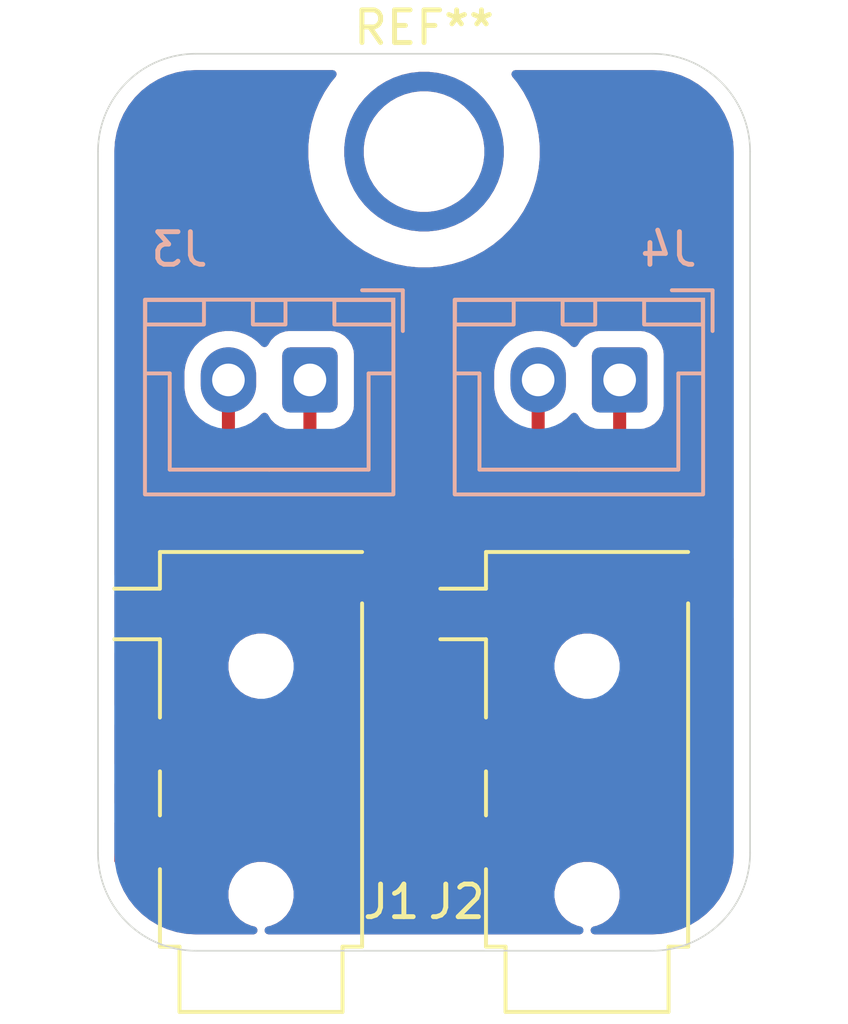
<source format=kicad_pcb>
(kicad_pcb (version 20241229) (generator "pcbnew") (generator_version "9.0")
  (layers (0 "F.Cu" signal) (2 "B.Cu" signal) (13 "F.Paste" user) (15 "B.Paste" user) (5 "F.SilkS" user "F.Silkscreen") (7 "B.SilkS" user "B.Silkscreen") (1 "F.Mask" user) (3 "B.Mask" user) (25 "Edge.Cuts" user))
  (net 0 "")
  (net 1 "Net-(J3-Pin_1)")
  (net 2 "Net-(J3-Pin_2)")
  (net 3 "Net-(J4-Pin_1)")
  (net 4 "Net-(J4-Pin_2)")
  (footprint "nasa:Jack_3.5mm_PJ320D_Horizontal" (layer "F.Cu") (at 141 96 90)
    (property "Reference" "J2" (at -5 -4 180) (layer "F.SilkS"))
    (property "Value" "jack_B")
    (fp_line (start 4.6 -3.1) (end 4.6 -4.5) (stroke (width 0.12)) (layer "F.SilkS"))
    (fp_line (start 4.6 -3.1) (end 5.725 -3.1) (stroke (width 0.12)) (layer "F.SilkS"))
    (fp_line (start 3.05 -3.1) (end 3.05 -4.5) (stroke (width 0.12)) (layer "F.SilkS"))
    (fp_line (start 0.65 -3.1) (end 3.05 -3.1) (stroke (width 0.12)) (layer "F.SilkS"))
    (fp_line (start -2.35 -3.1) (end -1 -3.1) (stroke (width 0.12)) (layer "F.SilkS"))
    (fp_line (start -6.375 -3.1) (end -4 -3.1) (stroke (width 0.12)) (layer "F.SilkS"))
    (fp_line (start -6.375 -3.1) (end -6.375 -2.5) (stroke (width 0.12)) (layer "F.SilkS"))
    (fp_line (start -6.375 -2.5) (end -8.375 -2.5) (stroke (width 0.12)) (layer "F.SilkS"))
    (fp_line (start -8.375 -2.5) (end -8.375 2.5) (stroke (width 0.12)) (layer "F.SilkS"))
    (fp_line (start -6.375 2.5) (end -8.375 2.5) (stroke (width 0.12)) (layer "F.SilkS"))
    (fp_line (start -6.375 2.5) (end -6.375 3.1) (stroke (width 0.12)) (layer "F.SilkS"))
    (fp_line (start 5.725 3.1) (end 5.725 -3.1) (stroke (width 0.12)) (layer "F.SilkS"))
    (fp_line (start 4.15 3.1) (end -6.375 3.1) (stroke (width 0.12)) (layer "F.SilkS"))
    (pad "" np_thru_hole circle (at -4.775 0 90) (size 1.5 1.5) (drill 1.5) (layers "*.Cu" "*.Mask"))
    (pad "" np_thru_hole circle (at 2.225 0 90) (size 1.5 1.5) (drill 1.5) (layers "*.Cu" "*.Mask"))
    (pad "R1" smd rect (at -0.175 -3.25 90) (size 1.2 2.5) (layers "F.Cu" "F.Mask" "F.Paste") (net 4 "Net-(J4-Pin_2)"))
    (pad "R2" smd rect (at -3.175 -3.25 90) (size 1.2 2.5) (layers "F.Cu" "F.Mask" "F.Paste") (net 3 "Net-(J4-Pin_1)"))
    (pad "S" smd rect (at 4.925 3.25 90) (size 1.2 2.5) (layers "F.Cu" "F.Mask" "F.Paste") (net 3 "Net-(J4-Pin_1)"))
    (pad "T" smd rect (at 3.825 -3.25 90) (size 1.2 2.5) (layers "F.Cu" "F.Mask" "F.Paste") (net 4 "Net-(J4-Pin_2)"))
  )
  (footprint "MountingHole:MountingHole_3.2mm_M3_ISO7380" (layer "F.Cu") (at 136 78)
    (property "Reference" "REF**" (at 0 -3.8 0) (layer "F.SilkS"))
    (property "Value" "MountingHole_3.2mm_M3_ISO7380")
    (pad "" np_thru_hole circle (at 0 0) (size 3.2 3.2) (drill 3.2) (layers "*.Cu" "*.Mask"))
  )
  (footprint "nasa:Jack_3.5mm_PJ320D_Horizontal" (layer "F.Cu") (at 131 96 90)
    (property "Reference" "J1" (at -5 4 180) (layer "F.SilkS"))
    (property "Value" "jack_A")
    (fp_line (start 4.6 -3.1) (end 4.6 -4.5) (stroke (width 0.12)) (layer "F.SilkS"))
    (fp_line (start 4.6 -3.1) (end 5.725 -3.1) (stroke (width 0.12)) (layer "F.SilkS"))
    (fp_line (start 3.05 -3.1) (end 3.05 -4.5) (stroke (width 0.12)) (layer "F.SilkS"))
    (fp_line (start 0.65 -3.1) (end 3.05 -3.1) (stroke (width 0.12)) (layer "F.SilkS"))
    (fp_line (start -2.35 -3.1) (end -1 -3.1) (stroke (width 0.12)) (layer "F.SilkS"))
    (fp_line (start -6.375 -3.1) (end -4 -3.1) (stroke (width 0.12)) (layer "F.SilkS"))
    (fp_line (start -6.375 -3.1) (end -6.375 -2.5) (stroke (width 0.12)) (layer "F.SilkS"))
    (fp_line (start -6.375 -2.5) (end -8.375 -2.5) (stroke (width 0.12)) (layer "F.SilkS"))
    (fp_line (start -8.375 -2.5) (end -8.375 2.5) (stroke (width 0.12)) (layer "F.SilkS"))
    (fp_line (start -6.375 2.5) (end -8.375 2.5) (stroke (width 0.12)) (layer "F.SilkS"))
    (fp_line (start -6.375 2.5) (end -6.375 3.1) (stroke (width 0.12)) (layer "F.SilkS"))
    (fp_line (start 5.725 3.1) (end 5.725 -3.1) (stroke (width 0.12)) (layer "F.SilkS"))
    (fp_line (start 4.15 3.1) (end -6.375 3.1) (stroke (width 0.12)) (layer "F.SilkS"))
    (pad "" np_thru_hole circle (at -4.775 0 90) (size 1.5 1.5) (drill 1.5) (layers "*.Cu" "*.Mask"))
    (pad "" np_thru_hole circle (at 2.225 0 90) (size 1.5 1.5) (drill 1.5) (layers "*.Cu" "*.Mask"))
    (pad "R1" smd rect (at -0.175 -3.25 90) (size 1.2 2.5) (layers "F.Cu" "F.Mask" "F.Paste") (net 2 "Net-(J3-Pin_2)"))
    (pad "R2" smd rect (at -3.175 -3.25 90) (size 1.2 2.5) (layers "F.Cu" "F.Mask" "F.Paste") (net 1 "Net-(J3-Pin_1)"))
    (pad "S" smd rect (at 4.925 3.25 90) (size 1.2 2.5) (layers "F.Cu" "F.Mask" "F.Paste") (net 1 "Net-(J3-Pin_1)"))
    (pad "T" smd rect (at 3.825 -3.25 90) (size 1.2 2.5) (layers "F.Cu" "F.Mask" "F.Paste") (net 2 "Net-(J3-Pin_2)"))
  )
  (footprint "Connector_JST:JST_XH_B2B-XH-A_1x02_P2.50mm_Vertical" (layer "B.Cu") (at 142 85 180)
    (property "Reference" "J4" (at -1.5 4 0) (layer "B.SilkS") (effects (justify mirror)))
    (property "Value" "conn_B")
    (fp_line (start 5.05 0.2) (end 4.3 0.2) (stroke (width 0.12)) (layer "B.SilkS"))
    (fp_line (start 4.3 0.2) (end 4.3 -2.75) (stroke (width 0.12)) (layer "B.SilkS"))
    (fp_line (start 4.3 -2.75) (end 1.25 -2.75) (stroke (width 0.12)) (layer "B.SilkS"))
    (fp_line (start -1.6 2.75) (end -2.85 2.75) (stroke (width 0.12)) (layer "B.SilkS"))
    (fp_line (start -1.8 0.2) (end -1.8 -2.75) (stroke (width 0.12)) (layer "B.SilkS"))
    (fp_line (start -1.8 -2.75) (end 1.25 -2.75) (stroke (width 0.12)) (layer "B.SilkS"))
    (fp_line (start -2.55 0.2) (end -1.8 0.2) (stroke (width 0.12)) (layer "B.SilkS"))
    (fp_line (start -2.85 2.75) (end -2.85 1.5) (stroke (width 0.12)) (layer "B.SilkS"))
    (fp_rect (start 3.25 2.45) (end 5.05 1.7) (stroke (width 0.12)) (fill no) (layer "B.SilkS"))
    (fp_rect (start 0.75 2.45) (end 1.75 1.7) (stroke (width 0.12)) (fill no) (layer "B.SilkS"))
    (fp_rect (start -2.55 2.45) (end -0.75 1.7) (stroke (width 0.12)) (fill no) (layer "B.SilkS"))
    (fp_rect (start -2.56 2.46) (end 5.06 -3.51) (stroke (width 0.12)) (fill no) (layer "B.SilkS"))
    (pad "1" thru_hole roundrect (at 0 0 180) (size 1.7 2) (drill 1) (layers "*.Cu" "*.Mask") (roundrect_rratio 0.147059) (net 3 "Net-(J4-Pin_1)"))
    (pad "2" thru_hole oval (at 2.5 0 180) (size 1.7 2) (drill 1) (layers "*.Cu" "*.Mask") (net 4 "Net-(J4-Pin_2)"))
  )
  (footprint "Connector_JST:JST_XH_B2B-XH-A_1x02_P2.50mm_Vertical" (layer "B.Cu") (at 132.5 85 180)
    (property "Reference" "J3" (at 4 4 0) (layer "B.SilkS") (effects (justify mirror)))
    (property "Value" "conn_A")
    (fp_line (start 5.05 0.2) (end 4.3 0.2) (stroke (width 0.12)) (layer "B.SilkS"))
    (fp_line (start 4.3 0.2) (end 4.3 -2.75) (stroke (width 0.12)) (layer "B.SilkS"))
    (fp_line (start 4.3 -2.75) (end 1.25 -2.75) (stroke (width 0.12)) (layer "B.SilkS"))
    (fp_line (start -1.6 2.75) (end -2.85 2.75) (stroke (width 0.12)) (layer "B.SilkS"))
    (fp_line (start -1.8 0.2) (end -1.8 -2.75) (stroke (width 0.12)) (layer "B.SilkS"))
    (fp_line (start -1.8 -2.75) (end 1.25 -2.75) (stroke (width 0.12)) (layer "B.SilkS"))
    (fp_line (start -2.55 0.2) (end -1.8 0.2) (stroke (width 0.12)) (layer "B.SilkS"))
    (fp_line (start -2.85 2.75) (end -2.85 1.5) (stroke (width 0.12)) (layer "B.SilkS"))
    (fp_rect (start 3.25 2.45) (end 5.05 1.7) (stroke (width 0.12)) (fill no) (layer "B.SilkS"))
    (fp_rect (start 0.75 2.45) (end 1.75 1.7) (stroke (width 0.12)) (fill no) (layer "B.SilkS"))
    (fp_rect (start -2.55 2.45) (end -0.75 1.7) (stroke (width 0.12)) (fill no) (layer "B.SilkS"))
    (fp_rect (start -2.56 2.46) (end 5.06 -3.51) (stroke (width 0.12)) (fill no) (layer "B.SilkS"))
    (pad "1" thru_hole roundrect (at 0 0 180) (size 1.7 2) (drill 1) (layers "*.Cu" "*.Mask") (roundrect_rratio 0.147059) (net 1 "Net-(J3-Pin_1)"))
    (pad "2" thru_hole oval (at 2.5 0 180) (size 1.7 2) (drill 1) (layers "*.Cu" "*.Mask") (net 2 "Net-(J3-Pin_2)"))
  )
  (gr_arc (start 129 102.5) (mid 126.87868 101.62132) (end 126 99.5) (stroke (width 0.05)) (layer "Edge.Cuts"))
  (gr_line (start 143 102.5) (end 129 102.5) (stroke (width 0.05)) (layer "Edge.Cuts"))
  (gr_line (start 126 99.5) (end 126 78) (stroke (width 0.05)) (layer "Edge.Cuts"))
  (gr_line (start 146 78) (end 146 99.5) (stroke (width 0.05)) (layer "Edge.Cuts"))
  (gr_arc (start 146 99.5) (mid 145.12132 101.62132) (end 143 102.5) (stroke (width 0.05)) (layer "Edge.Cuts"))
  (gr_arc (start 126 78) (mid 126.87868 75.87868) (end 129 75) (stroke (width 0.05)) (layer "Edge.Cuts"))
  (gr_arc (start 143 75) (mid 145.12132 75.87868) (end 146 78) (stroke (width 0.05)) (layer "Edge.Cuts"))
  (gr_line (start 129 75) (end 143 75) (stroke (width 0.05)) (layer "Edge.Cuts"))
  (segment (start 134.25 92.675) (end 127.75 99.175) (width 0.4) (layer "F.Cu") (net 1))
  (segment (start 132.5 89.325) (end 134.25 91.075) (width 0.4) (layer "F.Cu") (net 1))
  (segment (start 132.5 85) (end 132.5 89.325) (width 0.4) (layer "F.Cu") (net 1))
  (segment (start 134.25 91.075) (end 134.25 92.675) (width 0.4) (layer "F.Cu") (net 1))
  (segment (start 130 89.925) (end 127.75 92.175) (width 0.4) (layer "F.Cu") (net 2))
  (segment (start 130 85) (end 130 89.925) (width 0.4) (layer "F.Cu") (net 2))
  (segment (start 127.75 96.175) (end 127.75 92.175) (width 0.4) (layer "F.Cu") (net 2))
  (segment (start 137.75 99.175) (end 144.25 92.675) (width 0.4) (layer "F.Cu") (net 3))
  (segment (start 144.25 92.675) (end 144.25 91.075) (width 0.4) (layer "F.Cu") (net 3))
  (segment (start 142 88.825) (end 144.25 91.075) (width 0.4) (layer "F.Cu") (net 3))
  (segment (start 142 85) (end 142 88.825) (width 0.4) (layer "F.Cu") (net 3))
  (segment (start 139.5 85) (end 139.5 90.425) (width 0.4) (layer "F.Cu") (net 4))
  (segment (start 139.5 90.425) (end 137.75 92.175) (width 0.4) (layer "F.Cu") (net 4))
  (segment (start 137.75 96.175) (end 137.75 92.175) (width 0.4) (layer "F.Cu") (net 4))
  (zone (net 0) (net_name "") (layers "F.Cu" "B.Cu") (connect_pads (clearance 0.5)) (min_thickness 0.25) (fill yes (thermal_gap 0.5) (thermal_bridge_width 0.5) (island_removal_mode 1) (island_area_min 10))
    (polygon (pts (xy 126 75) (xy 146 75) (xy 146 103) (xy 126 103)))
  )
)
</source>
